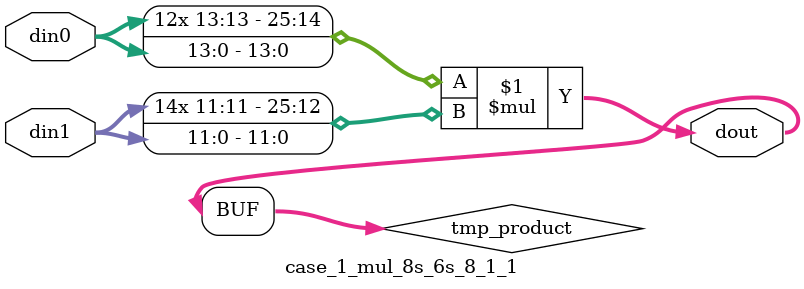
<source format=v>

`timescale 1 ns / 1 ps

 module case_1_mul_8s_6s_8_1_1(din0, din1, dout);
parameter ID = 1;
parameter NUM_STAGE = 0;
parameter din0_WIDTH = 14;
parameter din1_WIDTH = 12;
parameter dout_WIDTH = 26;

input [din0_WIDTH - 1 : 0] din0; 
input [din1_WIDTH - 1 : 0] din1; 
output [dout_WIDTH - 1 : 0] dout;

wire signed [dout_WIDTH - 1 : 0] tmp_product;



























assign tmp_product = $signed(din0) * $signed(din1);








assign dout = tmp_product;





















endmodule

</source>
